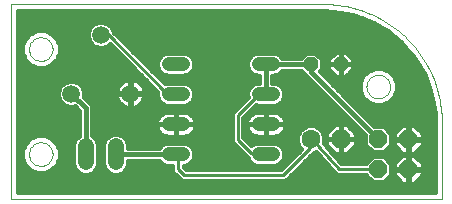
<source format=gtl>
G75*
%MOIN*%
%OFA0B0*%
%FSLAX24Y24*%
%IPPOS*%
%LPD*%
%AMOC8*
5,1,8,0,0,1.08239X$1,22.5*
%
%ADD10C,0.0000*%
%ADD11OC8,0.0630*%
%ADD12C,0.0630*%
%ADD13OC8,0.0480*%
%ADD14C,0.0540*%
%ADD15C,0.0480*%
%ADD16C,0.0591*%
%ADD17OC8,0.0600*%
%ADD18C,0.0100*%
%ADD19C,0.0160*%
%ADD20C,0.0376*%
D10*
X000680Y001000D02*
X000680Y007496D01*
X011113Y007496D01*
X012536Y004750D02*
X012538Y004789D01*
X012544Y004828D01*
X012554Y004866D01*
X012567Y004903D01*
X012584Y004938D01*
X012604Y004972D01*
X012628Y005003D01*
X012655Y005032D01*
X012684Y005058D01*
X012716Y005081D01*
X012750Y005101D01*
X012786Y005117D01*
X012823Y005129D01*
X012862Y005138D01*
X012901Y005143D01*
X012940Y005144D01*
X012979Y005141D01*
X013018Y005134D01*
X013055Y005123D01*
X013092Y005109D01*
X013127Y005091D01*
X013160Y005070D01*
X013191Y005045D01*
X013219Y005018D01*
X013244Y004988D01*
X013266Y004955D01*
X013285Y004921D01*
X013300Y004885D01*
X013312Y004847D01*
X013320Y004809D01*
X013324Y004770D01*
X013324Y004730D01*
X013320Y004691D01*
X013312Y004653D01*
X013300Y004615D01*
X013285Y004579D01*
X013266Y004545D01*
X013244Y004512D01*
X013219Y004482D01*
X013191Y004455D01*
X013160Y004430D01*
X013127Y004409D01*
X013092Y004391D01*
X013055Y004377D01*
X013018Y004366D01*
X012979Y004359D01*
X012940Y004356D01*
X012901Y004357D01*
X012862Y004362D01*
X012823Y004371D01*
X012786Y004383D01*
X012750Y004399D01*
X012716Y004419D01*
X012684Y004442D01*
X012655Y004468D01*
X012628Y004497D01*
X012604Y004528D01*
X012584Y004562D01*
X012567Y004597D01*
X012554Y004634D01*
X012544Y004672D01*
X012538Y004711D01*
X012536Y004750D01*
X015050Y003559D02*
X015048Y003683D01*
X015042Y003806D01*
X015033Y003930D01*
X015019Y004052D01*
X015002Y004175D01*
X014980Y004297D01*
X014955Y004418D01*
X014926Y004538D01*
X014894Y004657D01*
X014857Y004776D01*
X014817Y004893D01*
X014774Y005008D01*
X014726Y005123D01*
X014675Y005235D01*
X014621Y005346D01*
X014563Y005456D01*
X014502Y005563D01*
X014437Y005669D01*
X014369Y005772D01*
X014298Y005873D01*
X014224Y005972D01*
X014147Y006069D01*
X014066Y006163D01*
X013983Y006254D01*
X013897Y006343D01*
X013808Y006429D01*
X013717Y006512D01*
X013623Y006593D01*
X013526Y006670D01*
X013427Y006744D01*
X013326Y006815D01*
X013223Y006883D01*
X013117Y006948D01*
X013010Y007009D01*
X012900Y007067D01*
X012789Y007121D01*
X012677Y007172D01*
X012562Y007220D01*
X012447Y007263D01*
X012330Y007303D01*
X012211Y007340D01*
X012092Y007372D01*
X011972Y007401D01*
X011851Y007426D01*
X011729Y007448D01*
X011606Y007465D01*
X011484Y007479D01*
X011360Y007488D01*
X011237Y007494D01*
X011113Y007496D01*
X015050Y003559D02*
X015050Y001000D01*
X000680Y001000D01*
X001286Y002500D02*
X001288Y002539D01*
X001294Y002578D01*
X001304Y002616D01*
X001317Y002653D01*
X001334Y002688D01*
X001354Y002722D01*
X001378Y002753D01*
X001405Y002782D01*
X001434Y002808D01*
X001466Y002831D01*
X001500Y002851D01*
X001536Y002867D01*
X001573Y002879D01*
X001612Y002888D01*
X001651Y002893D01*
X001690Y002894D01*
X001729Y002891D01*
X001768Y002884D01*
X001805Y002873D01*
X001842Y002859D01*
X001877Y002841D01*
X001910Y002820D01*
X001941Y002795D01*
X001969Y002768D01*
X001994Y002738D01*
X002016Y002705D01*
X002035Y002671D01*
X002050Y002635D01*
X002062Y002597D01*
X002070Y002559D01*
X002074Y002520D01*
X002074Y002480D01*
X002070Y002441D01*
X002062Y002403D01*
X002050Y002365D01*
X002035Y002329D01*
X002016Y002295D01*
X001994Y002262D01*
X001969Y002232D01*
X001941Y002205D01*
X001910Y002180D01*
X001877Y002159D01*
X001842Y002141D01*
X001805Y002127D01*
X001768Y002116D01*
X001729Y002109D01*
X001690Y002106D01*
X001651Y002107D01*
X001612Y002112D01*
X001573Y002121D01*
X001536Y002133D01*
X001500Y002149D01*
X001466Y002169D01*
X001434Y002192D01*
X001405Y002218D01*
X001378Y002247D01*
X001354Y002278D01*
X001334Y002312D01*
X001317Y002347D01*
X001304Y002384D01*
X001294Y002422D01*
X001288Y002461D01*
X001286Y002500D01*
X001286Y006000D02*
X001288Y006039D01*
X001294Y006078D01*
X001304Y006116D01*
X001317Y006153D01*
X001334Y006188D01*
X001354Y006222D01*
X001378Y006253D01*
X001405Y006282D01*
X001434Y006308D01*
X001466Y006331D01*
X001500Y006351D01*
X001536Y006367D01*
X001573Y006379D01*
X001612Y006388D01*
X001651Y006393D01*
X001690Y006394D01*
X001729Y006391D01*
X001768Y006384D01*
X001805Y006373D01*
X001842Y006359D01*
X001877Y006341D01*
X001910Y006320D01*
X001941Y006295D01*
X001969Y006268D01*
X001994Y006238D01*
X002016Y006205D01*
X002035Y006171D01*
X002050Y006135D01*
X002062Y006097D01*
X002070Y006059D01*
X002074Y006020D01*
X002074Y005980D01*
X002070Y005941D01*
X002062Y005903D01*
X002050Y005865D01*
X002035Y005829D01*
X002016Y005795D01*
X001994Y005762D01*
X001969Y005732D01*
X001941Y005705D01*
X001910Y005680D01*
X001877Y005659D01*
X001842Y005641D01*
X001805Y005627D01*
X001768Y005616D01*
X001729Y005609D01*
X001690Y005606D01*
X001651Y005607D01*
X001612Y005612D01*
X001573Y005621D01*
X001536Y005633D01*
X001500Y005649D01*
X001466Y005669D01*
X001434Y005692D01*
X001405Y005718D01*
X001378Y005747D01*
X001354Y005778D01*
X001334Y005812D01*
X001317Y005847D01*
X001304Y005884D01*
X001294Y005922D01*
X001288Y005961D01*
X001286Y006000D01*
D11*
X011680Y003000D03*
D12*
X010680Y003000D03*
D13*
X010680Y005500D03*
X011680Y005500D03*
D14*
X004180Y002770D02*
X004180Y002230D01*
X003180Y002230D02*
X003180Y002770D01*
D15*
X005940Y002500D02*
X006420Y002500D01*
X006420Y003500D02*
X005940Y003500D01*
X005940Y004500D02*
X006420Y004500D01*
X006420Y005500D02*
X005940Y005500D01*
X008940Y005500D02*
X009420Y005500D01*
X009420Y004500D02*
X008940Y004500D01*
X008940Y003500D02*
X009420Y003500D01*
X009420Y002500D02*
X008940Y002500D01*
D16*
X004664Y004516D03*
X002696Y004516D03*
X003680Y006484D03*
D17*
X012930Y003000D03*
X013930Y003000D03*
X013930Y002000D03*
X012930Y002000D03*
D18*
X012640Y002010D02*
X011610Y002010D01*
X010670Y003070D01*
X010680Y003000D01*
X010670Y002980D01*
X010670Y002710D01*
X009770Y001810D01*
X006440Y001810D01*
X006260Y001990D01*
X006260Y002440D01*
X006180Y002500D01*
X008240Y002980D02*
X008240Y003790D01*
X008870Y004420D01*
X006180Y004500D02*
X006170Y004510D01*
X005900Y004510D01*
X003920Y006490D01*
X003740Y006490D01*
X003680Y006484D01*
X008240Y002980D02*
X008690Y002530D01*
X009140Y002530D01*
X009180Y002500D01*
D19*
X008725Y002178D02*
X008618Y002285D01*
X008583Y002368D01*
X008161Y002790D01*
X008050Y002901D01*
X008050Y003869D01*
X008573Y004392D01*
X008560Y004424D01*
X008560Y004576D01*
X008618Y004715D01*
X008725Y004822D01*
X008864Y004880D01*
X008960Y004880D01*
X008960Y005120D01*
X008864Y005120D01*
X008725Y005178D01*
X008618Y005285D01*
X008560Y005424D01*
X008560Y005576D01*
X008618Y005715D01*
X008725Y005822D01*
X008864Y005880D01*
X009496Y005880D01*
X009635Y005822D01*
X009737Y005720D01*
X010363Y005720D01*
X010523Y005880D01*
X010837Y005880D01*
X011060Y005657D01*
X011060Y005343D01*
X010979Y005262D01*
X012801Y003440D01*
X013112Y003440D01*
X013370Y003182D01*
X013370Y002818D01*
X013112Y002560D01*
X012748Y002560D01*
X012490Y002818D01*
X012490Y003129D01*
X010460Y005159D01*
X010460Y005183D01*
X010363Y005280D01*
X009737Y005280D01*
X009635Y005178D01*
X009496Y005120D01*
X009400Y005120D01*
X009400Y004880D01*
X009496Y004880D01*
X009635Y004822D01*
X009742Y004715D01*
X009800Y004576D01*
X009800Y004424D01*
X009742Y004285D01*
X009635Y004178D01*
X009496Y004120D01*
X008864Y004120D01*
X008846Y004128D01*
X008430Y003711D01*
X008430Y003059D01*
X008696Y002793D01*
X008725Y002822D01*
X008864Y002880D01*
X009496Y002880D01*
X009635Y002822D01*
X009742Y002715D01*
X009800Y002576D01*
X009800Y002424D01*
X009742Y002285D01*
X009635Y002178D01*
X009496Y002120D01*
X008864Y002120D01*
X008725Y002178D01*
X008635Y002268D02*
X006725Y002268D01*
X006742Y002285D02*
X006800Y002424D01*
X006800Y002576D01*
X006742Y002715D01*
X006635Y002822D01*
X006496Y002880D01*
X005864Y002880D01*
X005725Y002822D01*
X005623Y002720D01*
X004590Y002720D01*
X004590Y002852D01*
X004528Y003002D01*
X004412Y003118D01*
X004262Y003180D01*
X004098Y003180D01*
X003948Y003118D01*
X003832Y003002D01*
X003770Y002852D01*
X003770Y002148D01*
X003832Y001998D01*
X003948Y001882D01*
X004098Y001820D01*
X004262Y001820D01*
X004412Y001882D01*
X004528Y001998D01*
X004590Y002148D01*
X004590Y002280D01*
X005623Y002280D01*
X005725Y002178D01*
X005864Y002120D01*
X006070Y002120D01*
X006070Y001911D01*
X006250Y001731D01*
X006361Y001620D01*
X009849Y001620D01*
X010749Y002520D01*
X010776Y002547D01*
X010852Y002579D01*
X011420Y001938D01*
X011420Y001931D01*
X011472Y001880D01*
X011520Y001825D01*
X011527Y001825D01*
X011531Y001820D01*
X011604Y001820D01*
X011677Y001816D01*
X011682Y001820D01*
X012490Y001820D01*
X012490Y001818D01*
X012748Y001560D01*
X013112Y001560D01*
X013370Y001818D01*
X013370Y002182D01*
X013112Y002440D01*
X012748Y002440D01*
X012508Y002200D01*
X011695Y002200D01*
X011113Y002857D01*
X011135Y002909D01*
X011135Y003091D01*
X011066Y003258D01*
X010938Y003386D01*
X010771Y003455D01*
X010589Y003455D01*
X010422Y003386D01*
X010294Y003258D01*
X010225Y003091D01*
X010225Y002909D01*
X010294Y002742D01*
X010364Y002673D01*
X009691Y002000D01*
X006519Y002000D01*
X006450Y002069D01*
X006450Y002120D01*
X006496Y002120D01*
X006635Y002178D01*
X006742Y002285D01*
X006800Y002427D02*
X008525Y002427D01*
X008366Y002585D02*
X006796Y002585D01*
X006714Y002744D02*
X008208Y002744D01*
X008050Y002902D02*
X004569Y002902D01*
X004590Y002744D02*
X005646Y002744D01*
X006180Y002500D02*
X004180Y002500D01*
X003770Y002427D02*
X003590Y002427D01*
X003590Y002585D02*
X003770Y002585D01*
X003770Y002744D02*
X003590Y002744D01*
X003590Y002852D02*
X003528Y003002D01*
X003412Y003118D01*
X003400Y003123D01*
X003400Y004123D01*
X003120Y004403D01*
X003131Y004429D01*
X003131Y004602D01*
X003065Y004762D01*
X002942Y004885D01*
X002782Y004951D01*
X002609Y004951D01*
X002449Y004885D01*
X002327Y004762D01*
X002260Y004602D01*
X002260Y004429D01*
X002327Y004269D01*
X002449Y004147D01*
X002609Y004080D01*
X002782Y004080D01*
X002809Y004091D01*
X002960Y003940D01*
X002960Y003123D01*
X002948Y003118D01*
X002832Y003002D01*
X002770Y002852D01*
X002770Y002148D01*
X002832Y001998D01*
X002948Y001882D01*
X003098Y001820D01*
X003262Y001820D01*
X003412Y001882D01*
X003528Y001998D01*
X003590Y002148D01*
X003590Y002852D01*
X003569Y002902D02*
X003791Y002902D01*
X003891Y003061D02*
X003469Y003061D01*
X003400Y003219D02*
X005627Y003219D01*
X005620Y003226D02*
X005666Y003180D01*
X005720Y003141D01*
X005779Y003111D01*
X005842Y003090D01*
X005907Y003080D01*
X006180Y003080D01*
X006453Y003080D01*
X006518Y003090D01*
X006581Y003111D01*
X006640Y003141D01*
X006694Y003180D01*
X006740Y003226D01*
X006779Y003280D01*
X006809Y003339D01*
X006830Y003402D01*
X006840Y003467D01*
X006840Y003500D01*
X006840Y003533D01*
X006830Y003598D01*
X006809Y003661D01*
X006779Y003720D01*
X006740Y003774D01*
X006694Y003820D01*
X006640Y003859D01*
X006581Y003889D01*
X006518Y003910D01*
X006453Y003920D01*
X006180Y003920D01*
X006180Y003500D01*
X006180Y003500D01*
X006840Y003500D01*
X006180Y003500D01*
X006180Y003500D01*
X006180Y003080D01*
X006180Y003500D01*
X006180Y003500D01*
X006180Y003500D01*
X005520Y003500D01*
X005520Y003533D01*
X005530Y003598D01*
X005551Y003661D01*
X005581Y003720D01*
X005620Y003774D01*
X005666Y003820D01*
X005720Y003859D01*
X005779Y003889D01*
X005842Y003910D01*
X005907Y003920D01*
X006180Y003920D01*
X006180Y003500D01*
X005520Y003500D01*
X005520Y003467D01*
X005530Y003402D01*
X005551Y003339D01*
X005581Y003280D01*
X005620Y003226D01*
X005538Y003378D02*
X003400Y003378D01*
X003400Y003536D02*
X005520Y003536D01*
X005568Y003695D02*
X003400Y003695D01*
X003400Y003853D02*
X005711Y003853D01*
X005864Y004120D02*
X006496Y004120D01*
X006635Y004178D01*
X006742Y004285D01*
X006800Y004424D01*
X006800Y004576D01*
X006742Y004715D01*
X006635Y004822D01*
X006496Y004880D01*
X005864Y004880D01*
X005818Y004861D01*
X004115Y006563D01*
X004115Y006571D01*
X004049Y006731D01*
X003927Y006853D01*
X003767Y006920D01*
X003593Y006920D01*
X003433Y006853D01*
X003311Y006731D01*
X003245Y006571D01*
X003245Y006398D01*
X003311Y006238D01*
X003433Y006115D01*
X003593Y006049D01*
X003767Y006049D01*
X003927Y006115D01*
X003976Y006165D01*
X005562Y004580D01*
X005560Y004576D01*
X005560Y004424D01*
X005618Y004285D01*
X005725Y004178D01*
X005864Y004120D01*
X005744Y004170D02*
X004991Y004170D01*
X004974Y004153D02*
X005027Y004206D01*
X005071Y004267D01*
X005105Y004333D01*
X005128Y004404D01*
X005140Y004478D01*
X005140Y004497D01*
X004683Y004497D01*
X004683Y004534D01*
X005140Y004534D01*
X005140Y004553D01*
X005128Y004627D01*
X005105Y004698D01*
X005071Y004765D01*
X005027Y004825D01*
X004974Y004878D01*
X004913Y004922D01*
X004847Y004956D01*
X004776Y004979D01*
X004702Y004991D01*
X004683Y004991D01*
X004683Y004534D01*
X004646Y004534D01*
X004646Y004497D01*
X004683Y004497D01*
X004683Y004040D01*
X004702Y004040D01*
X004776Y004052D01*
X004847Y004075D01*
X004913Y004109D01*
X004974Y004153D01*
X005102Y004329D02*
X005600Y004329D01*
X005560Y004487D02*
X005140Y004487D01*
X005122Y004646D02*
X005496Y004646D01*
X005337Y004804D02*
X005042Y004804D01*
X005179Y004963D02*
X004827Y004963D01*
X004683Y004963D02*
X004646Y004963D01*
X004646Y004991D02*
X004627Y004991D01*
X004553Y004979D01*
X004482Y004956D01*
X004415Y004922D01*
X004355Y004878D01*
X004302Y004825D01*
X004258Y004765D01*
X004224Y004698D01*
X004201Y004627D01*
X004189Y004553D01*
X004189Y004534D01*
X004646Y004534D01*
X004646Y004991D01*
X004501Y004963D02*
X000910Y004963D01*
X000910Y005121D02*
X005020Y005121D01*
X004862Y005280D02*
X000910Y005280D01*
X000910Y005438D02*
X001407Y005438D01*
X001327Y005471D02*
X001556Y005376D01*
X001804Y005376D01*
X002033Y005471D01*
X002209Y005647D01*
X002304Y005876D01*
X002304Y006124D01*
X002209Y006353D01*
X002033Y006529D01*
X001804Y006624D01*
X001556Y006624D01*
X001327Y006529D01*
X001151Y006353D01*
X001056Y006124D01*
X001056Y005876D01*
X001151Y005647D01*
X001327Y005471D01*
X001201Y005597D02*
X000910Y005597D01*
X000910Y005755D02*
X001106Y005755D01*
X001056Y005914D02*
X000910Y005914D01*
X000910Y006072D02*
X001056Y006072D01*
X001100Y006231D02*
X000910Y006231D01*
X000910Y006389D02*
X001187Y006389D01*
X001372Y006548D02*
X000910Y006548D01*
X000910Y006706D02*
X003301Y006706D01*
X003245Y006548D02*
X001988Y006548D01*
X002173Y006389D02*
X003248Y006389D01*
X003318Y006231D02*
X002260Y006231D01*
X002304Y006072D02*
X003538Y006072D01*
X003822Y006072D02*
X004069Y006072D01*
X004228Y005914D02*
X002304Y005914D01*
X002254Y005755D02*
X004386Y005755D01*
X004545Y005597D02*
X002159Y005597D01*
X001953Y005438D02*
X004703Y005438D01*
X005082Y005597D02*
X005569Y005597D01*
X005560Y005576D02*
X005560Y005424D01*
X005618Y005285D01*
X005725Y005178D01*
X005864Y005120D01*
X006496Y005120D01*
X006635Y005178D01*
X006742Y005285D01*
X006800Y005424D01*
X006800Y005576D01*
X006742Y005715D01*
X006635Y005822D01*
X006496Y005880D01*
X005864Y005880D01*
X005725Y005822D01*
X005618Y005715D01*
X005560Y005576D01*
X005560Y005438D02*
X005241Y005438D01*
X005399Y005280D02*
X005623Y005280D01*
X005558Y005121D02*
X005862Y005121D01*
X005716Y004963D02*
X008960Y004963D01*
X008862Y005121D02*
X006498Y005121D01*
X006737Y005280D02*
X008623Y005280D01*
X008560Y005438D02*
X006800Y005438D01*
X006791Y005597D02*
X008569Y005597D01*
X008658Y005755D02*
X006702Y005755D01*
X005658Y005755D02*
X004924Y005755D01*
X004765Y005914D02*
X011500Y005914D01*
X011506Y005920D02*
X011260Y005674D01*
X011260Y005500D01*
X011680Y005500D01*
X012100Y005500D01*
X012100Y005674D01*
X011854Y005920D01*
X011680Y005920D01*
X011680Y005500D01*
X011680Y005500D01*
X011680Y005500D01*
X012100Y005500D01*
X012100Y005326D01*
X011854Y005080D01*
X011680Y005080D01*
X011680Y005500D01*
X011680Y005500D01*
X011680Y005500D01*
X011680Y005920D01*
X011506Y005920D01*
X011680Y005914D02*
X011680Y005914D01*
X011860Y005914D02*
X013958Y005914D01*
X013825Y006072D02*
X004607Y006072D01*
X004448Y006231D02*
X013674Y006231D01*
X013734Y006180D02*
X014150Y005685D01*
X014473Y005126D01*
X014694Y004518D01*
X014806Y003882D01*
X014820Y003559D01*
X014820Y001230D01*
X000910Y001230D01*
X000910Y007266D01*
X011113Y007266D01*
X011436Y007252D01*
X012073Y007140D01*
X012680Y006919D01*
X013239Y006596D01*
X013734Y006180D01*
X013486Y006389D02*
X004290Y006389D01*
X004131Y006548D02*
X013297Y006548D01*
X013048Y006706D02*
X004059Y006706D01*
X003899Y006865D02*
X012774Y006865D01*
X012393Y007023D02*
X000910Y007023D01*
X000910Y006865D02*
X003461Y006865D01*
X000910Y007182D02*
X011836Y007182D01*
X011680Y005755D02*
X011680Y005755D01*
X011680Y005597D02*
X011680Y005597D01*
X011680Y005500D02*
X011260Y005500D01*
X011260Y005326D01*
X011506Y005080D01*
X011680Y005080D01*
X011680Y005500D01*
X011680Y005438D02*
X011680Y005438D01*
X011680Y005280D02*
X011680Y005280D01*
X011680Y005121D02*
X011680Y005121D01*
X011895Y005121D02*
X012419Y005121D01*
X012401Y005103D02*
X012306Y004874D01*
X012306Y004626D01*
X012401Y004397D01*
X012577Y004221D01*
X012806Y004126D01*
X013054Y004126D01*
X013283Y004221D01*
X013459Y004397D01*
X013554Y004626D01*
X013554Y004874D01*
X013459Y005103D01*
X013283Y005279D01*
X013054Y005374D01*
X012806Y005374D01*
X012577Y005279D01*
X012401Y005103D01*
X012343Y004963D02*
X011279Y004963D01*
X011120Y005121D02*
X011465Y005121D01*
X011307Y005280D02*
X010997Y005280D01*
X011060Y005438D02*
X011260Y005438D01*
X011260Y005597D02*
X011060Y005597D01*
X010962Y005755D02*
X011341Y005755D01*
X012019Y005755D02*
X014091Y005755D01*
X014201Y005597D02*
X012100Y005597D01*
X012100Y005438D02*
X014292Y005438D01*
X014384Y005280D02*
X013281Y005280D01*
X013441Y005121D02*
X014474Y005121D01*
X014532Y004963D02*
X013517Y004963D01*
X013554Y004804D02*
X014590Y004804D01*
X014648Y004646D02*
X013554Y004646D01*
X013496Y004487D02*
X014699Y004487D01*
X014727Y004329D02*
X013391Y004329D01*
X013160Y004170D02*
X014755Y004170D01*
X014783Y004012D02*
X012230Y004012D01*
X012071Y004170D02*
X012700Y004170D01*
X012469Y004329D02*
X011913Y004329D01*
X011754Y004487D02*
X012364Y004487D01*
X012306Y004646D02*
X011596Y004646D01*
X011437Y004804D02*
X012306Y004804D01*
X012053Y005280D02*
X012579Y005280D01*
X010973Y004646D02*
X009771Y004646D01*
X009800Y004487D02*
X011132Y004487D01*
X011290Y004329D02*
X009760Y004329D01*
X009616Y004170D02*
X011449Y004170D01*
X011607Y004012D02*
X008730Y004012D01*
X008779Y003889D02*
X008720Y003859D01*
X008666Y003820D01*
X008620Y003774D01*
X008581Y003720D01*
X008551Y003661D01*
X008530Y003598D01*
X008520Y003533D01*
X008520Y003500D01*
X009180Y003500D01*
X009180Y003500D01*
X009180Y003920D01*
X009453Y003920D01*
X009518Y003910D01*
X009581Y003889D01*
X009640Y003859D01*
X009694Y003820D01*
X009740Y003774D01*
X009779Y003720D01*
X009809Y003661D01*
X009830Y003598D01*
X009840Y003533D01*
X009840Y003500D01*
X009180Y003500D01*
X009180Y003500D01*
X009180Y003080D01*
X009453Y003080D01*
X009518Y003090D01*
X009581Y003111D01*
X009640Y003141D01*
X009694Y003180D01*
X009740Y003226D01*
X009779Y003280D01*
X009809Y003339D01*
X009830Y003402D01*
X009840Y003467D01*
X009840Y003500D01*
X009180Y003500D01*
X009180Y003500D01*
X009180Y003500D01*
X009180Y003920D01*
X008907Y003920D01*
X008842Y003910D01*
X008779Y003889D01*
X008711Y003853D02*
X008572Y003853D01*
X008568Y003695D02*
X008430Y003695D01*
X008430Y003536D02*
X008520Y003536D01*
X008520Y003500D02*
X008520Y003467D01*
X008530Y003402D01*
X008551Y003339D01*
X008581Y003280D01*
X008620Y003226D01*
X008666Y003180D01*
X008720Y003141D01*
X008779Y003111D01*
X008842Y003090D01*
X008907Y003080D01*
X009180Y003080D01*
X009180Y003500D01*
X008520Y003500D01*
X008538Y003378D02*
X008430Y003378D01*
X008430Y003219D02*
X008627Y003219D01*
X008430Y003061D02*
X010225Y003061D01*
X010228Y002902D02*
X008587Y002902D01*
X008050Y003061D02*
X004469Y003061D01*
X003180Y002500D02*
X003180Y004031D01*
X002696Y004516D01*
X002260Y004487D02*
X000910Y004487D01*
X000910Y004329D02*
X002302Y004329D01*
X002426Y004170D02*
X000910Y004170D01*
X000910Y004012D02*
X002889Y004012D01*
X002960Y003853D02*
X000910Y003853D01*
X000910Y003695D02*
X002960Y003695D01*
X002960Y003536D02*
X000910Y003536D01*
X000910Y003378D02*
X002960Y003378D01*
X002960Y003219D02*
X000910Y003219D01*
X000910Y003061D02*
X001403Y003061D01*
X001327Y003029D02*
X001556Y003124D01*
X001804Y003124D01*
X002033Y003029D01*
X002209Y002853D01*
X002304Y002624D01*
X002304Y002376D01*
X002209Y002147D01*
X002033Y001971D01*
X001804Y001876D01*
X001556Y001876D01*
X001327Y001971D01*
X001151Y002147D01*
X001056Y002376D01*
X001056Y002624D01*
X001151Y002853D01*
X001327Y003029D01*
X001200Y002902D02*
X000910Y002902D01*
X000910Y002744D02*
X001106Y002744D01*
X001056Y002585D02*
X000910Y002585D01*
X000910Y002427D02*
X001056Y002427D01*
X001101Y002268D02*
X000910Y002268D01*
X000910Y002110D02*
X001188Y002110D01*
X001376Y001951D02*
X000910Y001951D01*
X000910Y001793D02*
X006189Y001793D01*
X006070Y001951D02*
X004481Y001951D01*
X004574Y002110D02*
X006070Y002110D01*
X005635Y002268D02*
X004590Y002268D01*
X003879Y001951D02*
X003481Y001951D01*
X003574Y002110D02*
X003786Y002110D01*
X003770Y002268D02*
X003590Y002268D01*
X002879Y001951D02*
X001984Y001951D01*
X002172Y002110D02*
X002786Y002110D01*
X002770Y002268D02*
X002259Y002268D01*
X002304Y002427D02*
X002770Y002427D01*
X002770Y002585D02*
X002304Y002585D01*
X002254Y002744D02*
X002770Y002744D01*
X002791Y002902D02*
X002160Y002902D01*
X001957Y003061D02*
X002891Y003061D01*
X003400Y004012D02*
X008193Y004012D01*
X008351Y004170D02*
X006616Y004170D01*
X006760Y004329D02*
X008510Y004329D01*
X008560Y004487D02*
X006800Y004487D01*
X006771Y004646D02*
X008589Y004646D01*
X008707Y004804D02*
X006653Y004804D01*
X006649Y003853D02*
X008050Y003853D01*
X008050Y003695D02*
X006792Y003695D01*
X006840Y003536D02*
X008050Y003536D01*
X008050Y003378D02*
X006822Y003378D01*
X006733Y003219D02*
X008050Y003219D01*
X009180Y003219D02*
X009180Y003219D01*
X009180Y003378D02*
X009180Y003378D01*
X009180Y003536D02*
X009180Y003536D01*
X009180Y003695D02*
X009180Y003695D01*
X009180Y003853D02*
X009180Y003853D01*
X009649Y003853D02*
X011766Y003853D01*
X011924Y003695D02*
X009792Y003695D01*
X009840Y003536D02*
X012083Y003536D01*
X011885Y003495D02*
X011680Y003495D01*
X011680Y003000D01*
X012175Y003000D01*
X012175Y003205D01*
X011885Y003495D01*
X012003Y003378D02*
X012241Y003378D01*
X012161Y003219D02*
X012400Y003219D01*
X012490Y003061D02*
X012175Y003061D01*
X012175Y003000D02*
X011680Y003000D01*
X011680Y003000D01*
X011680Y003000D01*
X011680Y002505D01*
X011885Y002505D01*
X012175Y002795D01*
X012175Y003000D01*
X012175Y002902D02*
X012490Y002902D01*
X012564Y002744D02*
X012124Y002744D01*
X011965Y002585D02*
X012723Y002585D01*
X012734Y002427D02*
X011495Y002427D01*
X011475Y002505D02*
X011680Y002505D01*
X011680Y003000D01*
X011680Y003000D01*
X011680Y003000D01*
X011185Y003000D01*
X011185Y003205D01*
X011475Y003495D01*
X011680Y003495D01*
X011680Y003000D01*
X011185Y003000D01*
X011185Y002795D01*
X011475Y002505D01*
X011395Y002585D02*
X011354Y002585D01*
X011236Y002744D02*
X011213Y002744D01*
X011185Y002902D02*
X011132Y002902D01*
X011135Y003061D02*
X011185Y003061D01*
X011199Y003219D02*
X011082Y003219D01*
X010946Y003378D02*
X011357Y003378D01*
X011680Y003378D02*
X011680Y003378D01*
X011680Y003219D02*
X011680Y003219D01*
X011680Y003061D02*
X011680Y003061D01*
X011680Y002902D02*
X011680Y002902D01*
X011680Y002744D02*
X011680Y002744D01*
X011680Y002585D02*
X011680Y002585D01*
X011635Y002268D02*
X012576Y002268D01*
X012640Y002010D02*
X012920Y002010D01*
X012930Y002000D01*
X013370Y001951D02*
X013450Y001951D01*
X013450Y001980D02*
X013450Y001801D01*
X013731Y001520D01*
X013910Y001520D01*
X013910Y001980D01*
X013950Y001980D01*
X013950Y002020D01*
X014410Y002020D01*
X014410Y002199D01*
X014129Y002480D01*
X013950Y002480D01*
X013950Y002020D01*
X013910Y002020D01*
X013910Y002480D01*
X013731Y002480D01*
X013450Y002199D01*
X013450Y002020D01*
X013910Y002020D01*
X013910Y001980D01*
X013450Y001980D01*
X013450Y002110D02*
X013370Y002110D01*
X013284Y002268D02*
X013519Y002268D01*
X013678Y002427D02*
X013126Y002427D01*
X013137Y002585D02*
X013666Y002585D01*
X013731Y002520D02*
X013910Y002520D01*
X013910Y002980D01*
X013950Y002980D01*
X013950Y003020D01*
X014410Y003020D01*
X014410Y003199D01*
X014129Y003480D01*
X013950Y003480D01*
X013950Y003020D01*
X013910Y003020D01*
X013910Y003480D01*
X013731Y003480D01*
X013450Y003199D01*
X013450Y003020D01*
X013910Y003020D01*
X013910Y002980D01*
X013450Y002980D01*
X013450Y002801D01*
X013731Y002520D01*
X013910Y002585D02*
X013950Y002585D01*
X013950Y002520D02*
X014129Y002520D01*
X014410Y002801D01*
X014410Y002980D01*
X013950Y002980D01*
X013950Y002520D01*
X013950Y002427D02*
X013910Y002427D01*
X014182Y002427D02*
X014820Y002427D01*
X014820Y002585D02*
X014194Y002585D01*
X014352Y002744D02*
X014820Y002744D01*
X014820Y002902D02*
X014410Y002902D01*
X014410Y003061D02*
X014820Y003061D01*
X014820Y003219D02*
X014390Y003219D01*
X014231Y003378D02*
X014820Y003378D01*
X014820Y003536D02*
X012705Y003536D01*
X012547Y003695D02*
X014814Y003695D01*
X014807Y003853D02*
X012388Y003853D01*
X013175Y003378D02*
X013629Y003378D01*
X013470Y003219D02*
X013333Y003219D01*
X013370Y003061D02*
X013450Y003061D01*
X013450Y002902D02*
X013370Y002902D01*
X013296Y002744D02*
X013508Y002744D01*
X013910Y002744D02*
X013950Y002744D01*
X013950Y002902D02*
X013910Y002902D01*
X013910Y003061D02*
X013950Y003061D01*
X013950Y003219D02*
X013910Y003219D01*
X013910Y003378D02*
X013950Y003378D01*
X012930Y003000D02*
X010680Y005250D01*
X010680Y005500D01*
X009180Y005500D01*
X009180Y004500D01*
X009100Y004420D01*
X008870Y004420D01*
X009653Y004804D02*
X010815Y004804D01*
X010656Y004963D02*
X009400Y004963D01*
X009498Y005121D02*
X010498Y005121D01*
X010363Y005280D02*
X009737Y005280D01*
X009702Y005755D02*
X010398Y005755D01*
X006180Y003853D02*
X006180Y003853D01*
X006180Y003695D02*
X006180Y003695D01*
X006180Y003536D02*
X006180Y003536D01*
X006180Y003378D02*
X006180Y003378D01*
X006180Y003219D02*
X006180Y003219D01*
X004646Y004040D02*
X004646Y004497D01*
X004189Y004497D01*
X004189Y004478D01*
X004201Y004404D01*
X004224Y004333D01*
X004258Y004267D01*
X004302Y004206D01*
X004355Y004153D01*
X004415Y004109D01*
X004482Y004075D01*
X004553Y004052D01*
X004627Y004040D01*
X004646Y004040D01*
X004646Y004170D02*
X004683Y004170D01*
X004683Y004329D02*
X004646Y004329D01*
X004646Y004487D02*
X004683Y004487D01*
X004683Y004646D02*
X004646Y004646D01*
X004646Y004804D02*
X004683Y004804D01*
X004286Y004804D02*
X003023Y004804D01*
X003113Y004646D02*
X004207Y004646D01*
X004189Y004487D02*
X003131Y004487D01*
X003194Y004329D02*
X004226Y004329D01*
X004338Y004170D02*
X003353Y004170D01*
X002278Y004646D02*
X000910Y004646D01*
X000910Y004804D02*
X002368Y004804D01*
X006450Y002110D02*
X009801Y002110D01*
X009725Y002268D02*
X009959Y002268D01*
X009800Y002427D02*
X010118Y002427D01*
X010276Y002585D02*
X009796Y002585D01*
X009714Y002744D02*
X010294Y002744D01*
X010655Y002427D02*
X010987Y002427D01*
X011127Y002268D02*
X010497Y002268D01*
X010338Y002110D02*
X011268Y002110D01*
X011408Y001951D02*
X010180Y001951D01*
X010021Y001793D02*
X012515Y001793D01*
X012674Y001634D02*
X009863Y001634D01*
X013186Y001634D02*
X013617Y001634D01*
X013459Y001793D02*
X013345Y001793D01*
X013910Y001793D02*
X013950Y001793D01*
X013950Y001951D02*
X013910Y001951D01*
X013950Y001980D02*
X013950Y001520D01*
X014129Y001520D01*
X014410Y001801D01*
X014410Y001980D01*
X013950Y001980D01*
X013950Y002110D02*
X013910Y002110D01*
X013910Y002268D02*
X013950Y002268D01*
X014341Y002268D02*
X014820Y002268D01*
X014820Y002110D02*
X014410Y002110D01*
X014410Y001951D02*
X014820Y001951D01*
X014820Y001793D02*
X014401Y001793D01*
X014243Y001634D02*
X014820Y001634D01*
X014820Y001476D02*
X000910Y001476D01*
X000910Y001634D02*
X006347Y001634D01*
X009733Y003219D02*
X010278Y003219D01*
X010414Y003378D02*
X009822Y003378D01*
X013910Y001634D02*
X013950Y001634D01*
X014820Y001317D02*
X000910Y001317D01*
D20*
X001680Y004000D03*
X010180Y004500D03*
X012680Y006000D03*
M02*

</source>
